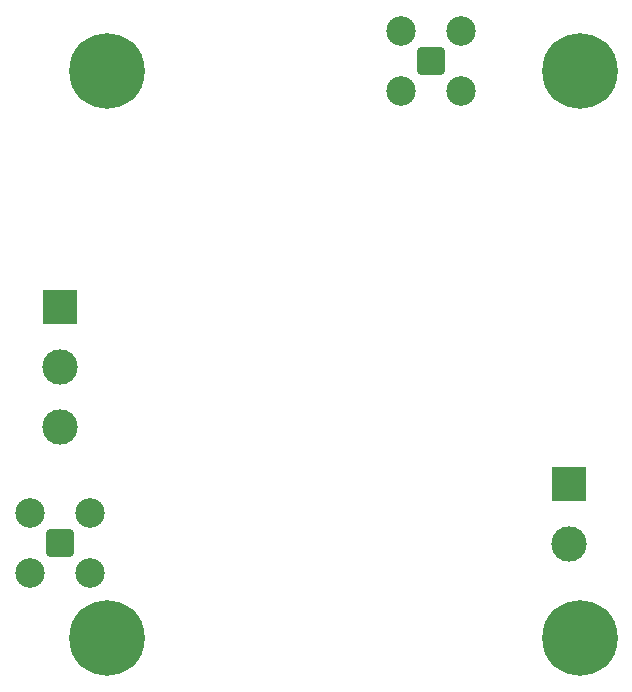
<source format=gbr>
%TF.GenerationSoftware,KiCad,Pcbnew,7.0.6*%
%TF.CreationDate,2023-07-22T11:20:37-03:00*%
%TF.ProjectId,MiniAsic_2020,4d696e69-4173-4696-935f-323032302e6b,rev?*%
%TF.SameCoordinates,Original*%
%TF.FileFunction,Soldermask,Bot*%
%TF.FilePolarity,Negative*%
%FSLAX46Y46*%
G04 Gerber Fmt 4.6, Leading zero omitted, Abs format (unit mm)*
G04 Created by KiCad (PCBNEW 7.0.6) date 2023-07-22 11:20:37*
%MOMM*%
%LPD*%
G01*
G04 APERTURE LIST*
G04 Aperture macros list*
%AMRoundRect*
0 Rectangle with rounded corners*
0 $1 Rounding radius*
0 $2 $3 $4 $5 $6 $7 $8 $9 X,Y pos of 4 corners*
0 Add a 4 corners polygon primitive as box body*
4,1,4,$2,$3,$4,$5,$6,$7,$8,$9,$2,$3,0*
0 Add four circle primitives for the rounded corners*
1,1,$1+$1,$2,$3*
1,1,$1+$1,$4,$5*
1,1,$1+$1,$6,$7*
1,1,$1+$1,$8,$9*
0 Add four rect primitives between the rounded corners*
20,1,$1+$1,$2,$3,$4,$5,0*
20,1,$1+$1,$4,$5,$6,$7,0*
20,1,$1+$1,$6,$7,$8,$9,0*
20,1,$1+$1,$8,$9,$2,$3,0*%
G04 Aperture macros list end*
%ADD10RoundRect,0.200100X0.949900X-0.949900X0.949900X0.949900X-0.949900X0.949900X-0.949900X-0.949900X0*%
%ADD11C,2.500000*%
%ADD12C,0.800000*%
%ADD13C,6.400000*%
%ADD14RoundRect,0.200100X-0.949900X-0.949900X0.949900X-0.949900X0.949900X0.949900X-0.949900X0.949900X0*%
%ADD15R,3.000000X3.000000*%
%ADD16C,3.000000*%
G04 APERTURE END LIST*
D10*
%TO.C,J3*%
X124500000Y-105300000D03*
D11*
X121960000Y-107840000D03*
X127040000Y-107840000D03*
X121960000Y-102760000D03*
X127040000Y-102760000D03*
%TD*%
D12*
%TO.C,H3*%
X126100000Y-113300000D03*
X126802944Y-111602944D03*
X126802944Y-114997056D03*
X128500000Y-110900000D03*
D13*
X128500000Y-113300000D03*
D12*
X128500000Y-115700000D03*
X130197056Y-111602944D03*
X130197056Y-114997056D03*
X130900000Y-113300000D03*
%TD*%
D14*
%TO.C,J4*%
X155900000Y-64500000D03*
D11*
X153360000Y-61960000D03*
X153360000Y-67040000D03*
X158440000Y-61960000D03*
X158440000Y-67040000D03*
%TD*%
D12*
%TO.C,H1*%
X126100000Y-65300000D03*
X126802944Y-63602944D03*
X126802944Y-66997056D03*
X128500000Y-62900000D03*
D13*
X128500000Y-65300000D03*
D12*
X128500000Y-67700000D03*
X130197056Y-63602944D03*
X130197056Y-66997056D03*
X130900000Y-65300000D03*
%TD*%
D15*
%TO.C,J2*%
X167600000Y-100300000D03*
D16*
X167600000Y-105380000D03*
%TD*%
D15*
%TO.C,J1*%
X124500000Y-85300000D03*
D16*
X124500000Y-90380000D03*
X124500000Y-95460000D03*
%TD*%
D12*
%TO.C,H2*%
X166100000Y-65300000D03*
X166802944Y-63602944D03*
X166802944Y-66997056D03*
X168500000Y-62900000D03*
D13*
X168500000Y-65300000D03*
D12*
X168500000Y-67700000D03*
X170197056Y-63602944D03*
X170197056Y-66997056D03*
X170900000Y-65300000D03*
%TD*%
%TO.C,H4*%
X166100000Y-113300000D03*
X166802944Y-111602944D03*
X166802944Y-114997056D03*
X168500000Y-110900000D03*
D13*
X168500000Y-113300000D03*
D12*
X168500000Y-115700000D03*
X170197056Y-111602944D03*
X170197056Y-114997056D03*
X170900000Y-113300000D03*
%TD*%
M02*

</source>
